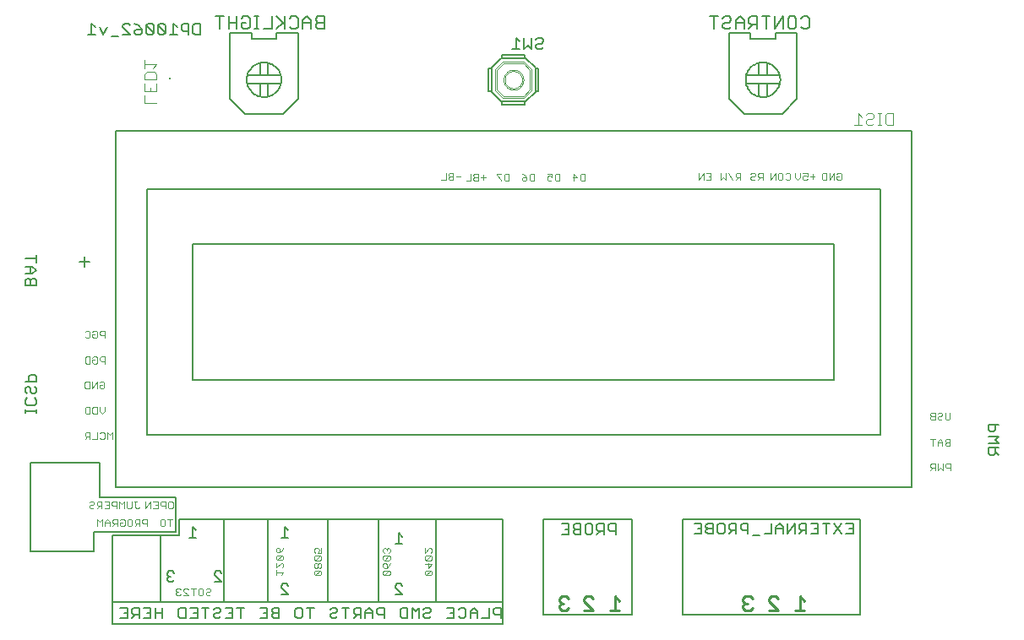
<source format=gbo>
G75*
G70*
%OFA0B0*%
%FSLAX24Y24*%
%IPPOS*%
%LPD*%
%AMOC8*
5,1,8,0,0,1.08239X$1,22.5*
%
%ADD10C,0.0100*%
%ADD11C,0.0080*%
%ADD12C,0.0040*%
%ADD13C,0.0060*%
%ADD14R,0.0079X0.0079*%
%ADD15C,0.0070*%
%ADD16C,0.0050*%
%ADD17C,0.0030*%
D10*
X026718Y004719D02*
X026811Y004626D01*
X026998Y004626D01*
X027092Y004719D01*
X026905Y004906D02*
X026811Y004906D01*
X026718Y004813D01*
X026718Y004719D01*
X026811Y004906D02*
X026718Y005000D01*
X026718Y005093D01*
X026811Y005186D01*
X026998Y005186D01*
X027092Y005093D01*
X027687Y005093D02*
X027687Y005000D01*
X028060Y004626D01*
X027687Y004626D01*
X027687Y005093D02*
X027780Y005186D01*
X027967Y005186D01*
X028060Y005093D01*
X028918Y005186D02*
X028918Y004626D01*
X029105Y004626D02*
X028731Y004626D01*
X029105Y005000D02*
X028918Y005186D01*
X033968Y005093D02*
X033968Y005000D01*
X034061Y004906D01*
X033968Y004813D01*
X033968Y004719D01*
X034061Y004626D01*
X034248Y004626D01*
X034342Y004719D01*
X034155Y004906D02*
X034061Y004906D01*
X033968Y005093D02*
X034061Y005186D01*
X034248Y005186D01*
X034342Y005093D01*
X034986Y005093D02*
X034986Y005000D01*
X035359Y004626D01*
X034986Y004626D01*
X034986Y005093D02*
X035079Y005186D01*
X035266Y005186D01*
X035359Y005093D01*
X036030Y004626D02*
X036404Y004626D01*
X036217Y004626D02*
X036217Y005186D01*
X036404Y005000D01*
D11*
X034627Y007579D02*
X034346Y007579D01*
X034166Y007649D02*
X034166Y008069D01*
X033956Y008069D01*
X033886Y007999D01*
X033886Y007859D01*
X033956Y007789D01*
X034166Y007789D01*
X033706Y007789D02*
X033496Y007789D01*
X033426Y007859D01*
X033426Y007999D01*
X033496Y008069D01*
X033706Y008069D01*
X033706Y007649D01*
X033566Y007789D02*
X033426Y007649D01*
X033246Y007719D02*
X033176Y007649D01*
X033036Y007649D01*
X032965Y007719D01*
X032965Y007999D01*
X033036Y008069D01*
X033176Y008069D01*
X033246Y007999D01*
X033246Y007719D01*
X032785Y007649D02*
X032785Y008069D01*
X032575Y008069D01*
X032505Y007999D01*
X032505Y007929D01*
X032575Y007859D01*
X032785Y007859D01*
X032575Y007859D02*
X032505Y007789D01*
X032505Y007719D01*
X032575Y007649D01*
X032785Y007649D01*
X032325Y007649D02*
X032325Y008069D01*
X032045Y008069D01*
X032185Y007859D02*
X032325Y007859D01*
X032325Y007649D02*
X032045Y007649D01*
X034807Y007649D02*
X035087Y007649D01*
X035087Y008069D01*
X035267Y007929D02*
X035267Y007649D01*
X035267Y007859D02*
X035547Y007859D01*
X035547Y007929D02*
X035547Y007649D01*
X035728Y007649D02*
X035728Y008069D01*
X035547Y007929D02*
X035407Y008069D01*
X035267Y007929D01*
X035728Y007649D02*
X036008Y008069D01*
X036008Y007649D01*
X036188Y007649D02*
X036328Y007789D01*
X036258Y007789D02*
X036468Y007789D01*
X036468Y007649D02*
X036468Y008069D01*
X036258Y008069D01*
X036188Y007999D01*
X036188Y007859D01*
X036258Y007789D01*
X036648Y007649D02*
X036929Y007649D01*
X036929Y008069D01*
X036648Y008069D01*
X036788Y007859D02*
X036929Y007859D01*
X037109Y008069D02*
X037389Y008069D01*
X037249Y008069D02*
X037249Y007649D01*
X037569Y007649D02*
X037849Y008069D01*
X038029Y008069D02*
X038310Y008069D01*
X038310Y007649D01*
X038029Y007649D01*
X037849Y007649D02*
X037569Y008069D01*
X038169Y007859D02*
X038310Y007859D01*
X040625Y009479D02*
X040625Y023574D01*
X009207Y023574D01*
X009207Y009479D01*
X040625Y009479D01*
X043651Y010836D02*
X043721Y010766D01*
X043861Y010766D01*
X043931Y010836D01*
X043931Y011046D01*
X044071Y011046D02*
X043651Y011046D01*
X043651Y010836D01*
X043931Y010906D02*
X044071Y010766D01*
X044071Y011226D02*
X043651Y011226D01*
X043651Y011506D02*
X044071Y011506D01*
X043931Y011366D01*
X044071Y011226D01*
X043861Y011687D02*
X043931Y011757D01*
X043931Y011967D01*
X044071Y011967D02*
X043651Y011967D01*
X043651Y011757D01*
X043721Y011687D01*
X043861Y011687D01*
X039384Y011566D02*
X039384Y021251D01*
X010447Y021251D01*
X010447Y011566D01*
X039384Y011566D01*
X037573Y013731D02*
X037573Y019085D01*
X012258Y019085D01*
X012258Y013731D01*
X037573Y013731D01*
X028943Y008049D02*
X028732Y008049D01*
X028662Y007979D01*
X028662Y007838D01*
X028732Y007768D01*
X028943Y007768D01*
X028943Y007628D02*
X028943Y008049D01*
X028482Y008049D02*
X028482Y007628D01*
X028482Y007768D02*
X028272Y007768D01*
X028202Y007838D01*
X028202Y007979D01*
X028272Y008049D01*
X028482Y008049D01*
X028342Y007768D02*
X028202Y007628D01*
X028022Y007698D02*
X028022Y007979D01*
X027952Y008049D01*
X027812Y008049D01*
X027742Y007979D01*
X027742Y007698D01*
X027812Y007628D01*
X027952Y007628D01*
X028022Y007698D01*
X027562Y007628D02*
X027351Y007628D01*
X027281Y007698D01*
X027281Y007768D01*
X027351Y007838D01*
X027562Y007838D01*
X027562Y007628D02*
X027562Y008049D01*
X027351Y008049D01*
X027281Y007979D01*
X027281Y007909D01*
X027351Y007838D01*
X027101Y007838D02*
X026961Y007838D01*
X027101Y007628D02*
X026821Y007628D01*
X027101Y007628D02*
X027101Y008049D01*
X026821Y008049D01*
X024412Y004736D02*
X024202Y004736D01*
X024132Y004666D01*
X024132Y004526D01*
X024202Y004456D01*
X024412Y004456D01*
X024412Y004316D02*
X024412Y004736D01*
X023951Y004736D02*
X023951Y004316D01*
X023671Y004316D01*
X023491Y004316D02*
X023491Y004596D01*
X023351Y004736D01*
X023211Y004596D01*
X023211Y004316D01*
X023031Y004386D02*
X022961Y004316D01*
X022821Y004316D01*
X022750Y004386D01*
X022570Y004316D02*
X022290Y004316D01*
X022430Y004526D02*
X022570Y004526D01*
X022570Y004736D02*
X022570Y004316D01*
X022750Y004666D02*
X022821Y004736D01*
X022961Y004736D01*
X023031Y004666D01*
X023031Y004386D01*
X023211Y004526D02*
X023491Y004526D01*
X022570Y004736D02*
X022290Y004736D01*
X021650Y004666D02*
X021650Y004596D01*
X021580Y004526D01*
X021439Y004526D01*
X021369Y004456D01*
X021369Y004386D01*
X021439Y004316D01*
X021580Y004316D01*
X021650Y004386D01*
X021650Y004666D02*
X021580Y004736D01*
X021439Y004736D01*
X021369Y004666D01*
X021189Y004736D02*
X021049Y004596D01*
X020909Y004736D01*
X020909Y004316D01*
X020729Y004316D02*
X020519Y004316D01*
X020449Y004386D01*
X020449Y004666D01*
X020519Y004736D01*
X020729Y004736D01*
X020729Y004316D01*
X021189Y004316D02*
X021189Y004736D01*
X020521Y005259D02*
X020241Y005259D01*
X020521Y005259D02*
X020241Y005539D01*
X020241Y005609D01*
X020311Y005680D01*
X020451Y005680D01*
X020521Y005609D01*
X019808Y004736D02*
X019598Y004736D01*
X019528Y004666D01*
X019528Y004526D01*
X019598Y004456D01*
X019808Y004456D01*
X019808Y004316D02*
X019808Y004736D01*
X019348Y004596D02*
X019348Y004316D01*
X019348Y004526D02*
X019068Y004526D01*
X019068Y004596D02*
X019068Y004316D01*
X018888Y004316D02*
X018888Y004736D01*
X018677Y004736D01*
X018607Y004666D01*
X018607Y004526D01*
X018677Y004456D01*
X018888Y004456D01*
X018747Y004456D02*
X018607Y004316D01*
X018287Y004316D02*
X018287Y004736D01*
X018427Y004736D02*
X018147Y004736D01*
X017967Y004666D02*
X017967Y004596D01*
X017897Y004526D01*
X017757Y004526D01*
X017687Y004456D01*
X017687Y004386D01*
X017757Y004316D01*
X017897Y004316D01*
X017967Y004386D01*
X017967Y004666D02*
X017897Y004736D01*
X017757Y004736D01*
X017687Y004666D01*
X017046Y004736D02*
X016766Y004736D01*
X016906Y004736D02*
X016906Y004316D01*
X016586Y004386D02*
X016586Y004666D01*
X016516Y004736D01*
X016376Y004736D01*
X016306Y004666D01*
X016306Y004386D01*
X016376Y004316D01*
X016516Y004316D01*
X016586Y004386D01*
X015665Y004316D02*
X015455Y004316D01*
X015385Y004386D01*
X015385Y004456D01*
X015455Y004526D01*
X015665Y004526D01*
X015665Y004316D02*
X015665Y004736D01*
X015455Y004736D01*
X015385Y004666D01*
X015385Y004596D01*
X015455Y004526D01*
X015205Y004526D02*
X015065Y004526D01*
X015205Y004736D02*
X015205Y004316D01*
X014924Y004316D01*
X014924Y004736D02*
X015205Y004736D01*
X014284Y004736D02*
X014004Y004736D01*
X014144Y004736D02*
X014144Y004316D01*
X013824Y004316D02*
X013543Y004316D01*
X013363Y004386D02*
X013293Y004316D01*
X013153Y004316D01*
X013083Y004386D01*
X013083Y004456D01*
X013153Y004526D01*
X013293Y004526D01*
X013363Y004596D01*
X013363Y004666D01*
X013293Y004736D01*
X013153Y004736D01*
X013083Y004666D01*
X012903Y004736D02*
X012623Y004736D01*
X012763Y004736D02*
X012763Y004316D01*
X012443Y004316D02*
X012443Y004736D01*
X012162Y004736D01*
X011982Y004736D02*
X011772Y004736D01*
X011702Y004666D01*
X011702Y004386D01*
X011772Y004316D01*
X011982Y004316D01*
X011982Y004736D01*
X012302Y004526D02*
X012443Y004526D01*
X012443Y004316D02*
X012162Y004316D01*
X011061Y004316D02*
X011061Y004736D01*
X011061Y004526D02*
X010781Y004526D01*
X010601Y004526D02*
X010461Y004526D01*
X010601Y004316D02*
X010321Y004316D01*
X010141Y004316D02*
X010141Y004736D01*
X009931Y004736D01*
X009861Y004666D01*
X009861Y004526D01*
X009931Y004456D01*
X010141Y004456D01*
X010001Y004456D02*
X009861Y004316D01*
X009680Y004316D02*
X009680Y004736D01*
X009400Y004736D01*
X009540Y004526D02*
X009680Y004526D01*
X009680Y004316D02*
X009400Y004316D01*
X010321Y004736D02*
X010601Y004736D01*
X010601Y004316D01*
X010781Y004316D02*
X010781Y004736D01*
X011311Y005759D02*
X011451Y005759D01*
X011521Y005829D01*
X011381Y005969D02*
X011311Y005969D01*
X011241Y005899D01*
X011241Y005829D01*
X011311Y005759D01*
X011311Y005969D02*
X011241Y006039D01*
X011241Y006109D01*
X011311Y006180D01*
X011451Y006180D01*
X011521Y006109D01*
X013116Y006109D02*
X013186Y006180D01*
X013326Y006180D01*
X013396Y006109D01*
X013116Y006109D02*
X013116Y006039D01*
X013396Y005759D01*
X013116Y005759D01*
X013543Y004736D02*
X013824Y004736D01*
X013824Y004316D01*
X013824Y004526D02*
X013684Y004526D01*
X015741Y005259D02*
X016021Y005259D01*
X015741Y005539D01*
X015741Y005609D01*
X015811Y005680D01*
X015951Y005680D01*
X016021Y005609D01*
X016021Y007509D02*
X015741Y007509D01*
X015881Y007509D02*
X015881Y007930D01*
X016021Y007789D01*
X012396Y007789D02*
X012256Y007930D01*
X012256Y007509D01*
X012396Y007509D02*
X012116Y007509D01*
X019068Y004596D02*
X019208Y004736D01*
X019348Y004596D01*
X020241Y007259D02*
X020521Y007259D01*
X020381Y007259D02*
X020381Y007680D01*
X020521Y007539D01*
X006079Y012426D02*
X006079Y012566D01*
X006079Y012496D02*
X005659Y012496D01*
X005659Y012426D02*
X005659Y012566D01*
X005729Y012733D02*
X005659Y012803D01*
X005659Y012943D01*
X005729Y013013D01*
X005729Y013193D02*
X005659Y013263D01*
X005659Y013403D01*
X005729Y013473D01*
X005799Y013473D01*
X005869Y013403D01*
X005869Y013263D01*
X005939Y013193D01*
X006009Y013193D01*
X006079Y013263D01*
X006079Y013403D01*
X006009Y013473D01*
X006079Y013653D02*
X006079Y013863D01*
X006009Y013934D01*
X005869Y013934D01*
X005799Y013863D01*
X005799Y013653D01*
X005659Y013653D02*
X006079Y013653D01*
X006009Y013013D02*
X006079Y012943D01*
X006079Y012803D01*
X006009Y012733D01*
X005729Y012733D01*
X005659Y017457D02*
X005659Y017667D01*
X005729Y017737D01*
X005799Y017737D01*
X005869Y017667D01*
X005869Y017457D01*
X006079Y017457D02*
X006079Y017667D01*
X006009Y017737D01*
X005939Y017737D01*
X005869Y017667D01*
X005869Y017917D02*
X005869Y018198D01*
X005939Y018198D02*
X005659Y018198D01*
X005939Y018198D02*
X006079Y018057D01*
X005939Y017917D01*
X005659Y017917D01*
X005659Y017457D02*
X006079Y017457D01*
X006079Y018378D02*
X006079Y018658D01*
X006079Y018518D02*
X005659Y018518D01*
X007782Y018403D02*
X008196Y018403D01*
X007989Y018196D02*
X007989Y018610D01*
D12*
X008055Y015668D02*
X008148Y015668D01*
X008195Y015621D01*
X008195Y015435D01*
X008148Y015388D01*
X008055Y015388D01*
X008008Y015435D01*
X008008Y015621D02*
X008055Y015668D01*
X008303Y015621D02*
X008350Y015668D01*
X008443Y015668D01*
X008490Y015621D01*
X008490Y015435D01*
X008443Y015388D01*
X008350Y015388D01*
X008303Y015435D01*
X008303Y015528D01*
X008396Y015528D01*
X008598Y015528D02*
X008644Y015481D01*
X008784Y015481D01*
X008784Y015388D02*
X008784Y015668D01*
X008644Y015668D01*
X008598Y015621D01*
X008598Y015528D01*
X008644Y014656D02*
X008598Y014609D01*
X008598Y014516D01*
X008644Y014469D01*
X008784Y014469D01*
X008784Y014376D02*
X008784Y014656D01*
X008644Y014656D01*
X008490Y014609D02*
X008490Y014422D01*
X008443Y014376D01*
X008350Y014376D01*
X008303Y014422D01*
X008303Y014516D01*
X008396Y014516D01*
X008303Y014609D02*
X008350Y014656D01*
X008443Y014656D01*
X008490Y014609D01*
X008195Y014656D02*
X008055Y014656D01*
X008008Y014609D01*
X008008Y014422D01*
X008055Y014376D01*
X008195Y014376D01*
X008195Y014656D01*
X008183Y013668D02*
X008043Y013668D01*
X007996Y013621D01*
X007996Y013435D01*
X008043Y013388D01*
X008183Y013388D01*
X008183Y013668D01*
X008291Y013668D02*
X008291Y013388D01*
X008477Y013668D01*
X008477Y013388D01*
X008585Y013435D02*
X008585Y013528D01*
X008679Y013528D01*
X008772Y013435D02*
X008725Y013388D01*
X008632Y013388D01*
X008585Y013435D01*
X008585Y013621D02*
X008632Y013668D01*
X008725Y013668D01*
X008772Y013621D01*
X008772Y013435D01*
X008784Y012668D02*
X008784Y012481D01*
X008691Y012388D01*
X008598Y012481D01*
X008598Y012668D01*
X008490Y012668D02*
X008350Y012668D01*
X008303Y012621D01*
X008303Y012435D01*
X008350Y012388D01*
X008490Y012388D01*
X008490Y012668D01*
X008195Y012668D02*
X008055Y012668D01*
X008008Y012621D01*
X008008Y012435D01*
X008055Y012388D01*
X008195Y012388D01*
X008195Y012668D01*
X008195Y011668D02*
X008055Y011668D01*
X008008Y011621D01*
X008008Y011528D01*
X008055Y011481D01*
X008195Y011481D01*
X008195Y011388D02*
X008195Y011668D01*
X008102Y011481D02*
X008008Y011388D01*
X008303Y011388D02*
X008490Y011388D01*
X008490Y011668D01*
X008598Y011621D02*
X008644Y011668D01*
X008738Y011668D01*
X008784Y011621D01*
X008784Y011435D01*
X008738Y011388D01*
X008644Y011388D01*
X008598Y011435D01*
X008892Y011388D02*
X008892Y011668D01*
X008986Y011575D01*
X009079Y011668D01*
X009079Y011388D01*
X009116Y008938D02*
X009070Y008891D01*
X009070Y008798D01*
X009116Y008751D01*
X009257Y008751D01*
X009257Y008657D02*
X009257Y008938D01*
X009116Y008938D01*
X008962Y008938D02*
X008962Y008657D01*
X008775Y008657D01*
X008667Y008657D02*
X008667Y008938D01*
X008527Y008938D01*
X008481Y008891D01*
X008481Y008798D01*
X008527Y008751D01*
X008667Y008751D01*
X008574Y008751D02*
X008481Y008657D01*
X008373Y008704D02*
X008326Y008657D01*
X008233Y008657D01*
X008186Y008704D01*
X008186Y008751D01*
X008233Y008798D01*
X008326Y008798D01*
X008373Y008844D01*
X008373Y008891D01*
X008326Y008938D01*
X008233Y008938D01*
X008186Y008891D01*
X008775Y008938D02*
X008962Y008938D01*
X008962Y008798D02*
X008869Y008798D01*
X009364Y008938D02*
X009364Y008657D01*
X009551Y008657D02*
X009551Y008938D01*
X009458Y008844D01*
X009364Y008938D01*
X009659Y008938D02*
X009659Y008704D01*
X009706Y008657D01*
X009799Y008657D01*
X009846Y008704D01*
X009846Y008938D01*
X009954Y008938D02*
X010047Y008938D01*
X010000Y008938D02*
X010000Y008704D01*
X010047Y008657D01*
X010094Y008657D01*
X010141Y008704D01*
X010403Y008657D02*
X010403Y008938D01*
X010590Y008938D02*
X010403Y008657D01*
X010590Y008657D02*
X010590Y008938D01*
X010698Y008938D02*
X010885Y008938D01*
X010885Y008657D01*
X010698Y008657D01*
X010791Y008798D02*
X010885Y008798D01*
X010993Y008798D02*
X011039Y008751D01*
X011179Y008751D01*
X011179Y008657D02*
X011179Y008938D01*
X011039Y008938D01*
X010993Y008891D01*
X010993Y008798D01*
X011287Y008891D02*
X011334Y008938D01*
X011427Y008938D01*
X011474Y008891D01*
X011474Y008704D01*
X011427Y008657D01*
X011334Y008657D01*
X011287Y008704D01*
X011287Y008891D01*
X011270Y008234D02*
X011457Y008234D01*
X011363Y008234D02*
X011363Y007954D01*
X011162Y008000D02*
X011115Y007954D01*
X011022Y007954D01*
X010975Y008000D01*
X010975Y008187D01*
X011022Y008234D01*
X011115Y008234D01*
X011162Y008187D01*
X011162Y008000D01*
X010458Y007954D02*
X010458Y008234D01*
X010318Y008234D01*
X010272Y008187D01*
X010272Y008094D01*
X010318Y008047D01*
X010458Y008047D01*
X010164Y008047D02*
X010024Y008047D01*
X009977Y008094D01*
X009977Y008187D01*
X010024Y008234D01*
X010164Y008234D01*
X010164Y007954D01*
X010070Y008047D02*
X009977Y007954D01*
X009869Y008000D02*
X009822Y007954D01*
X009729Y007954D01*
X009682Y008000D01*
X009682Y008187D01*
X009729Y008234D01*
X009822Y008234D01*
X009869Y008187D01*
X009869Y008000D01*
X009575Y008000D02*
X009528Y007954D01*
X009434Y007954D01*
X009388Y008000D01*
X009388Y008094D01*
X009481Y008094D01*
X009388Y008187D02*
X009434Y008234D01*
X009528Y008234D01*
X009575Y008187D01*
X009575Y008000D01*
X009280Y007954D02*
X009280Y008234D01*
X009140Y008234D01*
X009093Y008187D01*
X009093Y008094D01*
X009140Y008047D01*
X009280Y008047D01*
X009186Y008047D02*
X009093Y007954D01*
X008985Y007954D02*
X008985Y008140D01*
X008892Y008234D01*
X008798Y008140D01*
X008798Y007954D01*
X008691Y007954D02*
X008691Y008234D01*
X008597Y008140D01*
X008504Y008234D01*
X008504Y007954D01*
X008798Y008094D02*
X008985Y008094D01*
X011598Y005454D02*
X011598Y005408D01*
X011645Y005361D01*
X011598Y005314D01*
X011598Y005268D01*
X011645Y005221D01*
X011739Y005221D01*
X011785Y005268D01*
X011893Y005221D02*
X012080Y005221D01*
X011893Y005408D01*
X011893Y005454D01*
X011940Y005501D01*
X012033Y005501D01*
X012080Y005454D01*
X012188Y005501D02*
X012375Y005501D01*
X012281Y005501D02*
X012281Y005221D01*
X012482Y005268D02*
X012482Y005454D01*
X012529Y005501D01*
X012622Y005501D01*
X012669Y005454D01*
X012669Y005268D01*
X012622Y005221D01*
X012529Y005221D01*
X012482Y005268D01*
X012777Y005268D02*
X012824Y005221D01*
X012917Y005221D01*
X012964Y005268D01*
X012917Y005361D02*
X012824Y005361D01*
X012777Y005314D01*
X012777Y005268D01*
X012917Y005361D02*
X012964Y005408D01*
X012964Y005454D01*
X012917Y005501D01*
X012824Y005501D01*
X012777Y005454D01*
X011785Y005454D02*
X011739Y005501D01*
X011645Y005501D01*
X011598Y005454D01*
X011645Y005361D02*
X011692Y005361D01*
X015559Y006030D02*
X015559Y006217D01*
X015559Y006123D02*
X015839Y006123D01*
X015746Y006030D01*
X015792Y006324D02*
X015839Y006371D01*
X015839Y006465D01*
X015792Y006511D01*
X015746Y006511D01*
X015559Y006324D01*
X015559Y006511D01*
X015606Y006619D02*
X015792Y006806D01*
X015606Y006806D01*
X015559Y006759D01*
X015559Y006666D01*
X015606Y006619D01*
X015792Y006619D01*
X015839Y006666D01*
X015839Y006759D01*
X015792Y006806D01*
X015699Y006914D02*
X015699Y007054D01*
X015652Y007101D01*
X015606Y007101D01*
X015559Y007054D01*
X015559Y006960D01*
X015606Y006914D01*
X015699Y006914D01*
X015792Y007007D01*
X015839Y007101D01*
X017059Y007041D02*
X017059Y006948D01*
X017106Y006901D01*
X017199Y006901D02*
X017246Y006995D01*
X017246Y007041D01*
X017199Y007088D01*
X017106Y007088D01*
X017059Y007041D01*
X017199Y006901D02*
X017339Y006901D01*
X017339Y007088D01*
X017292Y006793D02*
X017106Y006607D01*
X017059Y006653D01*
X017059Y006747D01*
X017106Y006793D01*
X017292Y006793D01*
X017339Y006747D01*
X017339Y006653D01*
X017292Y006607D01*
X017106Y006607D01*
X017106Y006499D02*
X017059Y006452D01*
X017059Y006359D01*
X017106Y006312D01*
X017152Y006312D01*
X017199Y006359D01*
X017199Y006452D01*
X017152Y006499D01*
X017106Y006499D01*
X017199Y006452D02*
X017246Y006499D01*
X017292Y006499D01*
X017339Y006452D01*
X017339Y006359D01*
X017292Y006312D01*
X017246Y006312D01*
X017199Y006359D01*
X017292Y006204D02*
X017106Y006017D01*
X017059Y006064D01*
X017059Y006157D01*
X017106Y006204D01*
X017292Y006204D01*
X017339Y006157D01*
X017339Y006064D01*
X017292Y006017D01*
X017106Y006017D01*
X019771Y006064D02*
X019818Y006017D01*
X020005Y006204D01*
X019818Y006204D01*
X019771Y006157D01*
X019771Y006064D01*
X019818Y006017D02*
X020005Y006017D01*
X020051Y006064D01*
X020051Y006157D01*
X020005Y006204D01*
X019911Y006312D02*
X019911Y006452D01*
X019864Y006499D01*
X019818Y006499D01*
X019771Y006452D01*
X019771Y006359D01*
X019818Y006312D01*
X019911Y006312D01*
X020005Y006405D01*
X020051Y006499D01*
X020005Y006607D02*
X020051Y006653D01*
X020051Y006747D01*
X020005Y006793D01*
X019818Y006607D01*
X019771Y006653D01*
X019771Y006747D01*
X019818Y006793D01*
X020005Y006793D01*
X020005Y006901D02*
X020051Y006948D01*
X020051Y007041D01*
X020005Y007088D01*
X019958Y007088D01*
X019911Y007041D01*
X019864Y007088D01*
X019818Y007088D01*
X019771Y007041D01*
X019771Y006948D01*
X019818Y006901D01*
X019911Y006995D02*
X019911Y007041D01*
X019818Y006607D02*
X020005Y006607D01*
X021409Y006653D02*
X021455Y006607D01*
X021642Y006793D01*
X021455Y006793D01*
X021409Y006747D01*
X021409Y006653D01*
X021455Y006607D02*
X021642Y006607D01*
X021689Y006653D01*
X021689Y006747D01*
X021642Y006793D01*
X021642Y006901D02*
X021689Y006948D01*
X021689Y007041D01*
X021642Y007088D01*
X021595Y007088D01*
X021409Y006901D01*
X021409Y007088D01*
X021549Y006499D02*
X021549Y006312D01*
X021689Y006452D01*
X021409Y006452D01*
X021455Y006204D02*
X021409Y006157D01*
X021409Y006064D01*
X021455Y006017D01*
X021642Y006204D01*
X021455Y006204D01*
X021455Y006017D02*
X021642Y006017D01*
X021689Y006064D01*
X021689Y006157D01*
X021642Y006204D01*
X041369Y010162D02*
X041462Y010256D01*
X041416Y010256D02*
X041556Y010256D01*
X041556Y010162D02*
X041556Y010443D01*
X041416Y010443D01*
X041369Y010396D01*
X041369Y010303D01*
X041416Y010256D01*
X041663Y010162D02*
X041663Y010443D01*
X041850Y010443D02*
X041850Y010162D01*
X041757Y010256D01*
X041663Y010162D01*
X041958Y010303D02*
X042005Y010256D01*
X042145Y010256D01*
X042145Y010162D02*
X042145Y010443D01*
X042005Y010443D01*
X041958Y010396D01*
X041958Y010303D01*
X041994Y011114D02*
X042134Y011114D01*
X042134Y011394D01*
X041994Y011394D01*
X041947Y011348D01*
X041947Y011301D01*
X041994Y011254D01*
X042134Y011254D01*
X041994Y011254D02*
X041947Y011208D01*
X041947Y011161D01*
X041994Y011114D01*
X041839Y011114D02*
X041839Y011301D01*
X041746Y011394D01*
X041653Y011301D01*
X041653Y011114D01*
X041653Y011254D02*
X041839Y011254D01*
X041545Y011394D02*
X041358Y011394D01*
X041451Y011394D02*
X041451Y011114D01*
X041405Y012163D02*
X041545Y012163D01*
X041545Y012444D01*
X041405Y012444D01*
X041358Y012397D01*
X041358Y012350D01*
X041405Y012304D01*
X041545Y012304D01*
X041653Y012257D02*
X041653Y012210D01*
X041699Y012163D01*
X041793Y012163D01*
X041839Y012210D01*
X041793Y012304D02*
X041839Y012350D01*
X041839Y012397D01*
X041793Y012444D01*
X041699Y012444D01*
X041653Y012397D01*
X041699Y012304D02*
X041653Y012257D01*
X041699Y012304D02*
X041793Y012304D01*
X041947Y012210D02*
X041947Y012444D01*
X042134Y012444D02*
X042134Y012210D01*
X042087Y012163D01*
X041994Y012163D01*
X041947Y012210D01*
X041405Y012163D02*
X041358Y012210D01*
X041358Y012257D01*
X041405Y012304D01*
X037810Y021623D02*
X037716Y021623D01*
X037670Y021670D01*
X037670Y021763D01*
X037763Y021763D01*
X037857Y021670D02*
X037810Y021623D01*
X037857Y021670D02*
X037857Y021857D01*
X037810Y021903D01*
X037716Y021903D01*
X037670Y021857D01*
X037562Y021903D02*
X037375Y021623D01*
X037375Y021903D01*
X037267Y021903D02*
X037127Y021903D01*
X037080Y021857D01*
X037080Y021670D01*
X037127Y021623D01*
X037267Y021623D01*
X037267Y021903D01*
X037562Y021903D02*
X037562Y021623D01*
X036806Y021763D02*
X036619Y021763D01*
X036511Y021763D02*
X036418Y021810D01*
X036371Y021810D01*
X036324Y021763D01*
X036324Y021670D01*
X036371Y021623D01*
X036464Y021623D01*
X036511Y021670D01*
X036511Y021763D02*
X036511Y021903D01*
X036324Y021903D01*
X036216Y021903D02*
X036216Y021716D01*
X036123Y021623D01*
X036030Y021716D01*
X036030Y021903D01*
X035831Y021857D02*
X035831Y021670D01*
X035784Y021623D01*
X035691Y021623D01*
X035644Y021670D01*
X035536Y021670D02*
X035489Y021623D01*
X035396Y021623D01*
X035349Y021670D01*
X035349Y021857D01*
X035396Y021903D01*
X035489Y021903D01*
X035536Y021857D01*
X035536Y021670D01*
X035644Y021857D02*
X035691Y021903D01*
X035784Y021903D01*
X035831Y021857D01*
X035241Y021903D02*
X035241Y021623D01*
X035055Y021623D02*
X035055Y021903D01*
X035241Y021903D02*
X035055Y021623D01*
X034754Y021623D02*
X034754Y021903D01*
X034614Y021903D01*
X034567Y021857D01*
X034567Y021763D01*
X034614Y021716D01*
X034754Y021716D01*
X034661Y021716D02*
X034567Y021623D01*
X034460Y021670D02*
X034413Y021623D01*
X034319Y021623D01*
X034273Y021670D01*
X034273Y021716D01*
X034319Y021763D01*
X034413Y021763D01*
X034460Y021810D01*
X034460Y021857D01*
X034413Y021903D01*
X034319Y021903D01*
X034273Y021857D01*
X033867Y021903D02*
X033867Y021623D01*
X033867Y021716D02*
X033727Y021716D01*
X033681Y021763D01*
X033681Y021857D01*
X033727Y021903D01*
X033867Y021903D01*
X033774Y021716D02*
X033681Y021623D01*
X033573Y021623D02*
X033386Y021903D01*
X033278Y021903D02*
X033278Y021623D01*
X033185Y021716D01*
X033091Y021623D01*
X033091Y021903D01*
X032705Y021903D02*
X032705Y021623D01*
X032518Y021623D01*
X032410Y021623D02*
X032410Y021903D01*
X032224Y021623D01*
X032224Y021903D01*
X032518Y021903D02*
X032705Y021903D01*
X032705Y021763D02*
X032612Y021763D01*
X036712Y021857D02*
X036712Y021670D01*
X038361Y023796D02*
X038668Y023796D01*
X038515Y023796D02*
X038515Y024257D01*
X038668Y024103D01*
X038822Y024180D02*
X038899Y024257D01*
X039052Y024257D01*
X039129Y024180D01*
X039129Y024103D01*
X039052Y024026D01*
X038899Y024026D01*
X038822Y023950D01*
X038822Y023873D01*
X038899Y023796D01*
X039052Y023796D01*
X039129Y023873D01*
X039282Y023796D02*
X039436Y023796D01*
X039359Y023796D02*
X039359Y024257D01*
X039436Y024257D02*
X039282Y024257D01*
X039589Y024180D02*
X039666Y024257D01*
X039896Y024257D01*
X039896Y023796D01*
X039666Y023796D01*
X039589Y023873D01*
X039589Y024180D01*
X027732Y021876D02*
X027732Y021596D01*
X027591Y021596D01*
X027545Y021642D01*
X027545Y021829D01*
X027591Y021876D01*
X027732Y021876D01*
X027437Y021736D02*
X027250Y021736D01*
X027297Y021876D02*
X027437Y021736D01*
X027297Y021596D02*
X027297Y021876D01*
X026732Y021876D02*
X026732Y021596D01*
X026591Y021596D01*
X026545Y021642D01*
X026545Y021829D01*
X026591Y021876D01*
X026732Y021876D01*
X026437Y021876D02*
X026437Y021736D01*
X026344Y021782D01*
X026297Y021782D01*
X026250Y021736D01*
X026250Y021642D01*
X026297Y021596D01*
X026390Y021596D01*
X026437Y021642D01*
X026437Y021876D02*
X026250Y021876D01*
X025732Y021876D02*
X025732Y021596D01*
X025591Y021596D01*
X025545Y021642D01*
X025545Y021829D01*
X025591Y021876D01*
X025732Y021876D01*
X025437Y021736D02*
X025297Y021736D01*
X025250Y021689D01*
X025250Y021642D01*
X025297Y021596D01*
X025390Y021596D01*
X025437Y021642D01*
X025437Y021736D01*
X025344Y021829D01*
X025250Y021876D01*
X024732Y021876D02*
X024732Y021596D01*
X024591Y021596D01*
X024545Y021642D01*
X024545Y021829D01*
X024591Y021876D01*
X024732Y021876D01*
X024437Y021876D02*
X024250Y021876D01*
X024250Y021829D01*
X024437Y021642D01*
X024437Y021596D01*
X023819Y021736D02*
X023632Y021736D01*
X023524Y021736D02*
X023384Y021736D01*
X023338Y021689D01*
X023338Y021642D01*
X023384Y021596D01*
X023524Y021596D01*
X023524Y021876D01*
X023384Y021876D01*
X023338Y021829D01*
X023338Y021782D01*
X023384Y021736D01*
X023230Y021876D02*
X023230Y021596D01*
X023043Y021596D01*
X022831Y021754D02*
X022644Y021754D01*
X022536Y021754D02*
X022396Y021754D01*
X022349Y021708D01*
X022349Y021661D01*
X022396Y021614D01*
X022536Y021614D01*
X022536Y021894D01*
X022396Y021894D01*
X022349Y021848D01*
X022349Y021801D01*
X022396Y021754D01*
X022242Y021614D02*
X022055Y021614D01*
X022242Y021614D02*
X022242Y021894D01*
X023726Y021829D02*
X023726Y021642D01*
X010831Y024660D02*
X010370Y024660D01*
X010370Y024967D01*
X010370Y025121D02*
X010370Y025428D01*
X010370Y025581D02*
X010370Y025811D01*
X010447Y025888D01*
X010754Y025888D01*
X010831Y025811D01*
X010831Y025581D01*
X010370Y025581D01*
X010601Y025274D02*
X010601Y025121D01*
X010831Y025121D02*
X010370Y025121D01*
X010831Y025121D02*
X010831Y025428D01*
X010677Y026042D02*
X010831Y026195D01*
X010370Y026195D01*
X010370Y026042D02*
X010370Y026348D01*
D13*
X009101Y004969D02*
X009101Y004094D01*
X024476Y004094D01*
X024476Y004969D01*
X021851Y004969D01*
X019601Y004969D01*
X017601Y004969D01*
X015226Y004969D01*
X013476Y004969D01*
X010976Y004969D01*
X009101Y004969D01*
X009101Y007594D01*
X010976Y007594D01*
X010976Y004969D01*
X013476Y004969D02*
X013476Y008219D01*
X015226Y008219D01*
X017601Y008219D01*
X017601Y004969D01*
X019601Y004969D02*
X019601Y008219D01*
X021851Y008219D01*
X021851Y004969D01*
X024476Y004969D02*
X024476Y008219D01*
X021851Y008219D01*
X019601Y008219D02*
X017601Y008219D01*
X015226Y008219D02*
X015226Y004969D01*
X011726Y007594D02*
X010976Y007594D01*
X011601Y007719D02*
X008351Y007719D01*
X008351Y006969D01*
X005851Y006969D01*
X005851Y010469D01*
X008601Y010469D01*
X008601Y009094D01*
X011601Y009094D01*
X011601Y007719D01*
X011726Y007594D02*
X011726Y008219D01*
X013476Y008219D01*
X026101Y008219D02*
X026101Y004477D01*
X029601Y004477D01*
X029601Y008219D01*
X026101Y008219D01*
X031601Y008219D02*
X031601Y004477D01*
X038601Y004477D01*
X038601Y008219D01*
X031601Y008219D01*
X034008Y024243D02*
X033418Y024833D01*
X033418Y027432D01*
X034262Y027432D01*
X034262Y027196D01*
X035254Y027196D01*
X035254Y027432D01*
X036099Y027432D01*
X036099Y024833D01*
X035508Y024243D01*
X034008Y024243D01*
X034593Y024919D02*
X034593Y025416D01*
X034075Y025581D02*
X034077Y025633D01*
X034083Y025684D01*
X034093Y025735D01*
X034106Y025785D01*
X034123Y025833D01*
X034144Y025881D01*
X034169Y025926D01*
X034196Y025970D01*
X034227Y026011D01*
X034262Y026050D01*
X034298Y026086D01*
X034338Y026120D01*
X034380Y026150D01*
X034424Y026177D01*
X034470Y026200D01*
X034518Y026220D01*
X034567Y026237D01*
X034617Y026249D01*
X034668Y026258D01*
X034719Y026263D01*
X034771Y026264D01*
X034823Y026261D01*
X034874Y026254D01*
X034924Y026243D01*
X034974Y026229D01*
X035022Y026211D01*
X035069Y026189D01*
X035114Y026164D01*
X035157Y026135D01*
X035198Y026103D01*
X035236Y026069D01*
X035272Y026031D01*
X035304Y025991D01*
X035334Y025948D01*
X035360Y025904D01*
X035383Y025857D01*
X035402Y025809D01*
X035417Y025760D01*
X035429Y025709D01*
X035437Y025658D01*
X035441Y025607D01*
X035441Y025555D01*
X035437Y025504D01*
X035429Y025453D01*
X035417Y025402D01*
X035402Y025353D01*
X035383Y025305D01*
X035360Y025258D01*
X035334Y025214D01*
X035304Y025171D01*
X035272Y025131D01*
X035236Y025093D01*
X035198Y025059D01*
X035157Y025027D01*
X035114Y024998D01*
X035069Y024973D01*
X035022Y024951D01*
X034974Y024933D01*
X034924Y024919D01*
X034874Y024908D01*
X034823Y024901D01*
X034771Y024898D01*
X034719Y024899D01*
X034668Y024904D01*
X034617Y024913D01*
X034567Y024925D01*
X034518Y024942D01*
X034470Y024962D01*
X034424Y024985D01*
X034380Y025012D01*
X034338Y025042D01*
X034298Y025076D01*
X034262Y025112D01*
X034227Y025151D01*
X034196Y025192D01*
X034169Y025236D01*
X034144Y025281D01*
X034123Y025329D01*
X034106Y025377D01*
X034093Y025427D01*
X034083Y025478D01*
X034077Y025529D01*
X034075Y025581D01*
X034096Y025416D02*
X035421Y025416D01*
X035421Y025747D02*
X034096Y025747D01*
X034593Y025747D02*
X034593Y026244D01*
X034924Y026244D02*
X034924Y025747D01*
X034924Y025416D02*
X034924Y024919D01*
X025900Y025135D02*
X025900Y026028D01*
X025775Y026028D01*
X025775Y026061D02*
X025775Y025135D01*
X025900Y025135D01*
X025775Y025135D02*
X025775Y025102D01*
X025396Y024722D01*
X024470Y024722D01*
X024470Y024597D01*
X025362Y024597D01*
X025362Y024723D01*
X024470Y024722D02*
X024436Y024722D01*
X024057Y025102D01*
X024057Y026028D01*
X023932Y026028D01*
X023932Y025135D01*
X024057Y025135D01*
X024057Y026028D02*
X024057Y026061D01*
X024436Y026440D01*
X025362Y026440D01*
X025362Y026566D01*
X024470Y026566D01*
X024470Y026440D01*
X025362Y026440D02*
X025396Y026440D01*
X025775Y026061D01*
X016414Y024833D02*
X016414Y027432D01*
X015569Y027432D01*
X015569Y027196D01*
X014577Y027196D01*
X014577Y027432D01*
X013733Y027432D01*
X013733Y024833D01*
X014323Y024243D01*
X015823Y024243D01*
X016414Y024833D01*
X015736Y025416D02*
X014411Y025416D01*
X014411Y025747D02*
X015736Y025747D01*
X015239Y025747D02*
X015239Y026244D01*
X014908Y026244D02*
X014908Y025747D01*
X014390Y025581D02*
X014392Y025633D01*
X014398Y025684D01*
X014408Y025735D01*
X014421Y025785D01*
X014438Y025833D01*
X014459Y025881D01*
X014484Y025926D01*
X014511Y025970D01*
X014542Y026011D01*
X014577Y026050D01*
X014613Y026086D01*
X014653Y026120D01*
X014695Y026150D01*
X014739Y026177D01*
X014785Y026200D01*
X014833Y026220D01*
X014882Y026237D01*
X014932Y026249D01*
X014983Y026258D01*
X015034Y026263D01*
X015086Y026264D01*
X015138Y026261D01*
X015189Y026254D01*
X015239Y026243D01*
X015289Y026229D01*
X015337Y026211D01*
X015384Y026189D01*
X015429Y026164D01*
X015472Y026135D01*
X015513Y026103D01*
X015551Y026069D01*
X015587Y026031D01*
X015619Y025991D01*
X015649Y025948D01*
X015675Y025904D01*
X015698Y025857D01*
X015717Y025809D01*
X015732Y025760D01*
X015744Y025709D01*
X015752Y025658D01*
X015756Y025607D01*
X015756Y025555D01*
X015752Y025504D01*
X015744Y025453D01*
X015732Y025402D01*
X015717Y025353D01*
X015698Y025305D01*
X015675Y025258D01*
X015649Y025214D01*
X015619Y025171D01*
X015587Y025131D01*
X015551Y025093D01*
X015513Y025059D01*
X015472Y025027D01*
X015429Y024998D01*
X015384Y024973D01*
X015337Y024951D01*
X015289Y024933D01*
X015239Y024919D01*
X015189Y024908D01*
X015138Y024901D01*
X015086Y024898D01*
X015034Y024899D01*
X014983Y024904D01*
X014932Y024913D01*
X014882Y024925D01*
X014833Y024942D01*
X014785Y024962D01*
X014739Y024985D01*
X014695Y025012D01*
X014653Y025042D01*
X014613Y025076D01*
X014577Y025112D01*
X014542Y025151D01*
X014511Y025192D01*
X014484Y025236D01*
X014459Y025281D01*
X014438Y025329D01*
X014421Y025377D01*
X014408Y025427D01*
X014398Y025478D01*
X014392Y025529D01*
X014390Y025581D01*
X014908Y025416D02*
X014908Y024919D01*
X015239Y024919D02*
X015239Y025416D01*
X012561Y027356D02*
X012341Y027356D01*
X012267Y027429D01*
X012267Y027722D01*
X012341Y027796D01*
X012561Y027796D01*
X012561Y027356D01*
X012100Y027356D02*
X012100Y027796D01*
X011880Y027796D01*
X011807Y027722D01*
X011807Y027576D01*
X011880Y027502D01*
X012100Y027502D01*
X011640Y027356D02*
X011346Y027356D01*
X011493Y027356D02*
X011493Y027796D01*
X011640Y027649D01*
X011180Y027722D02*
X011180Y027429D01*
X010886Y027722D01*
X010886Y027429D01*
X010959Y027356D01*
X011106Y027356D01*
X011180Y027429D01*
X011180Y027722D02*
X011106Y027796D01*
X010959Y027796D01*
X010886Y027722D01*
X010719Y027722D02*
X010646Y027796D01*
X010499Y027796D01*
X010426Y027722D01*
X010719Y027429D01*
X010646Y027356D01*
X010499Y027356D01*
X010426Y027429D01*
X010426Y027722D01*
X010259Y027576D02*
X010039Y027576D01*
X009965Y027502D01*
X009965Y027429D01*
X010039Y027356D01*
X010186Y027356D01*
X010259Y027429D01*
X010259Y027576D01*
X010112Y027722D01*
X009965Y027796D01*
X009799Y027722D02*
X009725Y027796D01*
X009578Y027796D01*
X009505Y027722D01*
X009505Y027649D01*
X009799Y027356D01*
X009505Y027356D01*
X009338Y027282D02*
X009045Y027282D01*
X008731Y027356D02*
X008584Y027649D01*
X008417Y027649D02*
X008271Y027796D01*
X008271Y027356D01*
X008417Y027356D02*
X008124Y027356D01*
X008731Y027356D02*
X008878Y027649D01*
X010719Y027722D02*
X010719Y027429D01*
D14*
X011352Y025621D03*
D15*
X013324Y027596D02*
X013324Y028086D01*
X013487Y028086D02*
X013160Y028086D01*
X013676Y028086D02*
X013676Y027596D01*
X013676Y027841D02*
X014003Y027841D01*
X014191Y027841D02*
X014355Y027841D01*
X014191Y027841D02*
X014191Y027678D01*
X014273Y027596D01*
X014437Y027596D01*
X014518Y027678D01*
X014518Y028004D01*
X014437Y028086D01*
X014273Y028086D01*
X014191Y028004D01*
X014003Y028086D02*
X014003Y027596D01*
X014699Y027596D02*
X014862Y027596D01*
X014780Y027596D02*
X014780Y028086D01*
X014699Y028086D02*
X014862Y028086D01*
X015378Y028086D02*
X015378Y027596D01*
X015051Y027596D01*
X015566Y027596D02*
X015812Y027841D01*
X015893Y027759D02*
X015566Y028086D01*
X015893Y028086D02*
X015893Y027596D01*
X016082Y027678D02*
X016164Y027596D01*
X016327Y027596D01*
X016409Y027678D01*
X016409Y028004D01*
X016327Y028086D01*
X016164Y028086D01*
X016082Y028004D01*
X016598Y027923D02*
X016598Y027596D01*
X016598Y027841D02*
X016925Y027841D01*
X016925Y027923D02*
X016761Y028086D01*
X016598Y027923D01*
X016925Y027923D02*
X016925Y027596D01*
X017113Y027678D02*
X017195Y027596D01*
X017440Y027596D01*
X017440Y028086D01*
X017195Y028086D01*
X017113Y028004D01*
X017113Y027923D01*
X017195Y027841D01*
X017440Y027841D01*
X017195Y027841D02*
X017113Y027759D01*
X017113Y027678D01*
X032648Y028086D02*
X032975Y028086D01*
X032812Y028086D02*
X032812Y027596D01*
X033164Y027678D02*
X033246Y027596D01*
X033409Y027596D01*
X033491Y027678D01*
X033409Y027841D02*
X033246Y027841D01*
X033164Y027759D01*
X033164Y027678D01*
X033409Y027841D02*
X033491Y027923D01*
X033491Y028004D01*
X033409Y028086D01*
X033246Y028086D01*
X033164Y028004D01*
X033680Y027923D02*
X033680Y027596D01*
X033680Y027841D02*
X034007Y027841D01*
X034007Y027923D02*
X033843Y028086D01*
X033680Y027923D01*
X034007Y027923D02*
X034007Y027596D01*
X034195Y027596D02*
X034359Y027759D01*
X034277Y027759D02*
X034522Y027759D01*
X034522Y027596D02*
X034522Y028086D01*
X034277Y028086D01*
X034195Y028004D01*
X034195Y027841D01*
X034277Y027759D01*
X034711Y028086D02*
X035038Y028086D01*
X034874Y028086D02*
X034874Y027596D01*
X035227Y027596D02*
X035227Y028086D01*
X035554Y028086D02*
X035227Y027596D01*
X035554Y027596D02*
X035554Y028086D01*
X035742Y028004D02*
X035742Y027678D01*
X035824Y027596D01*
X035987Y027596D01*
X036069Y027678D01*
X036069Y028004D01*
X035987Y028086D01*
X035824Y028086D01*
X035742Y028004D01*
X036258Y028004D02*
X036340Y028086D01*
X036503Y028086D01*
X036585Y028004D01*
X036585Y027678D01*
X036503Y027596D01*
X036340Y027596D01*
X036258Y027678D01*
D16*
X026088Y027156D02*
X026088Y027081D01*
X026013Y027006D01*
X025863Y027006D01*
X025788Y026931D01*
X025788Y026856D01*
X025863Y026781D01*
X026013Y026781D01*
X026088Y026856D01*
X026088Y027156D02*
X026013Y027231D01*
X025863Y027231D01*
X025788Y027156D01*
X025627Y027231D02*
X025627Y026781D01*
X025477Y026931D01*
X025327Y026781D01*
X025327Y027231D01*
X025167Y027081D02*
X025017Y027231D01*
X025017Y026781D01*
X025167Y026781D02*
X024867Y026781D01*
D17*
X024497Y026295D02*
X024203Y026001D01*
X024203Y025162D01*
X024497Y024868D01*
X025335Y024868D01*
X025629Y025162D01*
X025629Y026001D01*
X025335Y026295D01*
X024497Y026295D01*
X024524Y026229D02*
X024268Y025973D01*
X024268Y025189D01*
X024524Y024934D01*
X025308Y024934D01*
X025564Y025189D01*
X025564Y025973D01*
X025308Y026229D01*
X024524Y026229D01*
X024575Y025581D02*
X024577Y025617D01*
X024583Y025653D01*
X024592Y025688D01*
X024605Y025722D01*
X024622Y025754D01*
X024642Y025784D01*
X024665Y025812D01*
X024691Y025838D01*
X024720Y025860D01*
X024751Y025879D01*
X024783Y025895D01*
X024818Y025907D01*
X024853Y025916D01*
X024889Y025921D01*
X024925Y025922D01*
X024961Y025919D01*
X024997Y025912D01*
X025032Y025902D01*
X025065Y025888D01*
X025097Y025870D01*
X025127Y025849D01*
X025154Y025825D01*
X025179Y025799D01*
X025200Y025770D01*
X025219Y025738D01*
X025234Y025705D01*
X025245Y025671D01*
X025253Y025635D01*
X025257Y025599D01*
X025257Y025563D01*
X025253Y025527D01*
X025245Y025491D01*
X025234Y025457D01*
X025219Y025424D01*
X025200Y025392D01*
X025179Y025363D01*
X025154Y025337D01*
X025127Y025313D01*
X025097Y025292D01*
X025065Y025274D01*
X025032Y025260D01*
X024997Y025250D01*
X024961Y025243D01*
X024925Y025240D01*
X024889Y025241D01*
X024853Y025246D01*
X024818Y025255D01*
X024783Y025267D01*
X024751Y025283D01*
X024720Y025302D01*
X024691Y025324D01*
X024665Y025350D01*
X024642Y025378D01*
X024622Y025408D01*
X024605Y025440D01*
X024592Y025474D01*
X024583Y025509D01*
X024577Y025545D01*
X024575Y025581D01*
X024522Y025581D02*
X024524Y025620D01*
X024530Y025659D01*
X024540Y025697D01*
X024553Y025734D01*
X024570Y025769D01*
X024590Y025803D01*
X024614Y025834D01*
X024641Y025863D01*
X024670Y025889D01*
X024702Y025912D01*
X024736Y025932D01*
X024772Y025948D01*
X024809Y025960D01*
X024848Y025969D01*
X024887Y025974D01*
X024926Y025975D01*
X024965Y025972D01*
X025004Y025965D01*
X025041Y025954D01*
X025078Y025940D01*
X025113Y025922D01*
X025146Y025901D01*
X025177Y025876D01*
X025205Y025849D01*
X025230Y025819D01*
X025252Y025786D01*
X025271Y025752D01*
X025286Y025716D01*
X025298Y025678D01*
X025306Y025640D01*
X025310Y025601D01*
X025310Y025561D01*
X025306Y025522D01*
X025298Y025484D01*
X025286Y025446D01*
X025271Y025410D01*
X025252Y025376D01*
X025230Y025343D01*
X025205Y025313D01*
X025177Y025286D01*
X025146Y025261D01*
X025113Y025240D01*
X025078Y025222D01*
X025041Y025208D01*
X025004Y025197D01*
X024965Y025190D01*
X024926Y025187D01*
X024887Y025188D01*
X024848Y025193D01*
X024809Y025202D01*
X024772Y025214D01*
X024736Y025230D01*
X024702Y025250D01*
X024670Y025273D01*
X024641Y025299D01*
X024614Y025328D01*
X024590Y025359D01*
X024570Y025393D01*
X024553Y025428D01*
X024540Y025465D01*
X024530Y025503D01*
X024524Y025542D01*
X024522Y025581D01*
M02*

</source>
